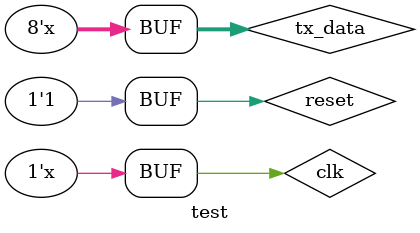
<source format=v>
`timescale 1ns / 1ps


module test;

	// Inputs
	reg [7:0] tx_data;
	reg clk;
	reg reset;

	// Outputs
	wire [7:0] out;

	// Instantiate the Unit Under Test (UUT)
	testbench uut (
		.tx_data(tx_data), 
		.clk(clk), 
		.reset(reset), 
		.out(out)
	);

	initial begin
		// Initialize Inputs
		tx_data = 8'b11000000;
		clk = 0;
		reset = 0;

		// Wait 100 ns for global reset to finish
		#15;
		reset = 1'b1;
		//#80000 $finish;
        
		// Add stimulus here

	end
	always #10 clk= ~clk;
	
	always @(out) tx_data= tx_data + 8'd53;
	initial
			$monitor("				please ignore the first ouput, this is for my latency");
	initial 
			$monitor(  $time, "	input = %b 		AND 	output = %b	", tx_data-8'd106, out);
		
      
endmodule


</source>
